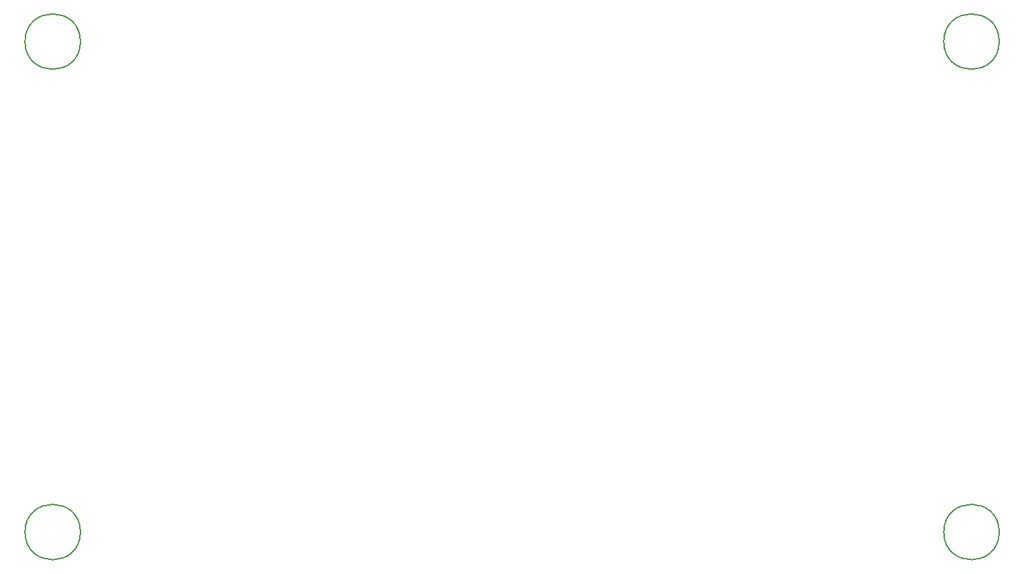
<source format=gbr>
%TF.GenerationSoftware,KiCad,Pcbnew,7.0.1*%
%TF.CreationDate,2023-09-10T23:04:22+01:00*%
%TF.ProjectId,Memory_board,4d656d6f-7279-45f6-926f-6172642e6b69,rev?*%
%TF.SameCoordinates,Original*%
%TF.FileFunction,Other,Comment*%
%FSLAX46Y46*%
G04 Gerber Fmt 4.6, Leading zero omitted, Abs format (unit mm)*
G04 Created by KiCad (PCBNEW 7.0.1) date 2023-09-10 23:04:22*
%MOMM*%
%LPD*%
G01*
G04 APERTURE LIST*
%ADD10C,0.150000*%
G04 APERTURE END LIST*
D10*
%TO.C,H1*%
X170500000Y-47000000D02*
G75*
G03*
X170500000Y-47000000I-3500000J0D01*
G01*
%TO.C,H4*%
X286500000Y-109000000D02*
G75*
G03*
X286500000Y-109000000I-3500000J0D01*
G01*
%TO.C,H3*%
X170500000Y-109000000D02*
G75*
G03*
X170500000Y-109000000I-3500000J0D01*
G01*
%TO.C,H2*%
X286500000Y-47000000D02*
G75*
G03*
X286500000Y-47000000I-3500000J0D01*
G01*
%TD*%
M02*

</source>
